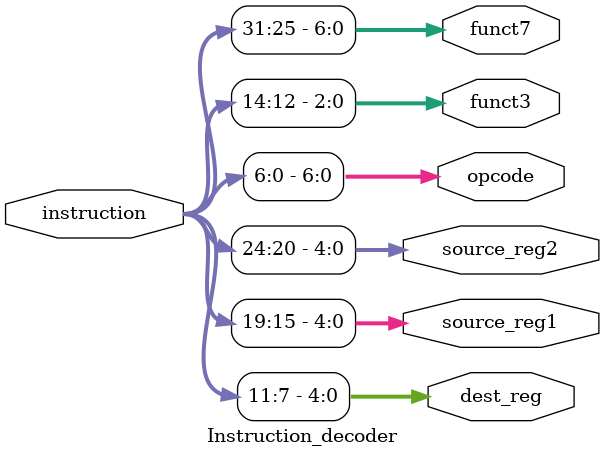
<source format=v>
`timescale 1ns / 1ps
module Instruction_decoder(instruction, dest_reg, source_reg1, source_reg2, opcode, funct3, funct7);
    input [31:0]instruction;
    output [4:0]dest_reg, source_reg1, source_reg2;
    output [6:0] opcode;
    output [2:0] funct3;
    output [6:0] funct7;
    
    assign source_reg1 = instruction[19:15];
    assign source_reg2 = instruction[24:20];
    assign dest_reg = instruction[11:7];
    assign opcode = instruction[6:0];
    assign funct3 = instruction[14:12];
    assign funct7 = instruction[31:25];
    
endmodule

</source>
